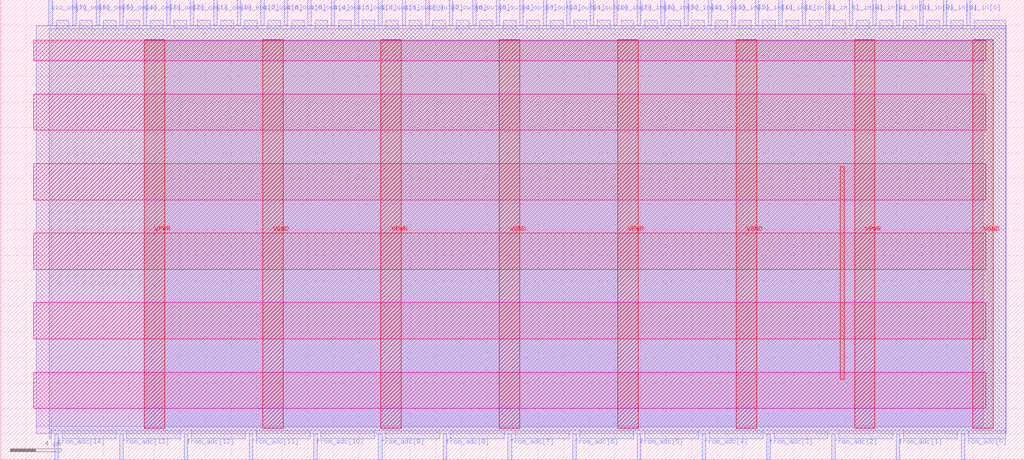
<source format=lef>
VERSION 5.7 ;
  NOWIREEXTENSIONATPIN ON ;
  DIVIDERCHAR "/" ;
  BUSBITCHARS "[]" ;
MACRO encoder
  CLASS BLOCK ;
  FOREIGN encoder ;
  ORIGIN 0.000 0.000 ;
  SIZE 80.000 BY 36.000 ;
  PIN VGND
    DIRECTION INOUT ;
    USE GROUND ;
    PORT
      LAYER met4 ;
        RECT 20.470 2.480 22.070 32.880 ;
    END
    PORT
      LAYER met4 ;
        RECT 38.980 2.480 40.580 32.880 ;
    END
    PORT
      LAYER met4 ;
        RECT 57.490 2.480 59.090 32.880 ;
    END
    PORT
      LAYER met4 ;
        RECT 76.000 2.480 77.600 32.880 ;
    END
  END VGND
  PIN VPWR
    DIRECTION INOUT ;
    USE POWER ;
    PORT
      LAYER met4 ;
        RECT 11.215 2.480 12.815 32.880 ;
    END
    PORT
      LAYER met4 ;
        RECT 29.725 2.480 31.325 32.880 ;
    END
    PORT
      LAYER met4 ;
        RECT 48.235 2.480 49.835 32.880 ;
    END
    PORT
      LAYER met4 ;
        RECT 66.745 2.480 68.345 32.880 ;
    END
  END VPWR
  PIN from_adc[0]
    DIRECTION INPUT ;
    USE SIGNAL ;
    ANTENNAGATEAREA 0.196500 ;
    PORT
      LAYER met2 ;
        RECT 75.070 0.000 75.350 2.000 ;
    END
  END from_adc[0]
  PIN from_adc[10]
    DIRECTION INPUT ;
    USE SIGNAL ;
    ANTENNAGATEAREA 0.196500 ;
    PORT
      LAYER met2 ;
        RECT 24.470 0.000 24.750 2.000 ;
    END
  END from_adc[10]
  PIN from_adc[11]
    DIRECTION INPUT ;
    USE SIGNAL ;
    ANTENNAGATEAREA 0.196500 ;
    PORT
      LAYER met2 ;
        RECT 19.410 0.000 19.690 2.000 ;
    END
  END from_adc[11]
  PIN from_adc[12]
    DIRECTION INPUT ;
    USE SIGNAL ;
    ANTENNAGATEAREA 0.196500 ;
    PORT
      LAYER met2 ;
        RECT 14.350 0.000 14.630 2.000 ;
    END
  END from_adc[12]
  PIN from_adc[13]
    DIRECTION INPUT ;
    USE SIGNAL ;
    ANTENNAGATEAREA 0.196500 ;
    PORT
      LAYER met2 ;
        RECT 9.290 0.000 9.570 2.000 ;
    END
  END from_adc[13]
  PIN from_adc[14]
    DIRECTION INPUT ;
    USE SIGNAL ;
    ANTENNAGATEAREA 0.196500 ;
    PORT
      LAYER met2 ;
        RECT 4.230 0.000 4.510 2.000 ;
    END
  END from_adc[14]
  PIN from_adc[1]
    DIRECTION INPUT ;
    USE SIGNAL ;
    ANTENNAGATEAREA 0.196500 ;
    PORT
      LAYER met2 ;
        RECT 70.010 0.000 70.290 2.000 ;
    END
  END from_adc[1]
  PIN from_adc[2]
    DIRECTION INPUT ;
    USE SIGNAL ;
    ANTENNAGATEAREA 0.196500 ;
    PORT
      LAYER met2 ;
        RECT 64.950 0.000 65.230 2.000 ;
    END
  END from_adc[2]
  PIN from_adc[3]
    DIRECTION INPUT ;
    USE SIGNAL ;
    ANTENNAGATEAREA 0.196500 ;
    PORT
      LAYER met2 ;
        RECT 59.890 0.000 60.170 2.000 ;
    END
  END from_adc[3]
  PIN from_adc[4]
    DIRECTION INPUT ;
    USE SIGNAL ;
    ANTENNAGATEAREA 0.196500 ;
    PORT
      LAYER met2 ;
        RECT 54.830 0.000 55.110 2.000 ;
    END
  END from_adc[4]
  PIN from_adc[5]
    DIRECTION INPUT ;
    USE SIGNAL ;
    ANTENNAGATEAREA 0.196500 ;
    PORT
      LAYER met2 ;
        RECT 49.770 0.000 50.050 2.000 ;
    END
  END from_adc[5]
  PIN from_adc[6]
    DIRECTION INPUT ;
    USE SIGNAL ;
    ANTENNAGATEAREA 0.196500 ;
    PORT
      LAYER met2 ;
        RECT 44.710 0.000 44.990 2.000 ;
    END
  END from_adc[6]
  PIN from_adc[7]
    DIRECTION INPUT ;
    USE SIGNAL ;
    ANTENNAGATEAREA 0.196500 ;
    PORT
      LAYER met2 ;
        RECT 39.650 0.000 39.930 2.000 ;
    END
  END from_adc[7]
  PIN from_adc[8]
    DIRECTION INPUT ;
    USE SIGNAL ;
    ANTENNAGATEAREA 0.196500 ;
    PORT
      LAYER met2 ;
        RECT 34.590 0.000 34.870 2.000 ;
    END
  END from_adc[8]
  PIN from_adc[9]
    DIRECTION INPUT ;
    USE SIGNAL ;
    ANTENNAGATEAREA 0.196500 ;
    PORT
      LAYER met2 ;
        RECT 29.530 0.000 29.810 2.000 ;
    END
  END from_adc[9]
  PIN ui_in[0]
    DIRECTION INPUT ;
    USE SIGNAL ;
    ANTENNAGATEAREA 0.247500 ;
    PORT
      LAYER met2 ;
        RECT 75.530 34.000 75.810 36.000 ;
    END
  END ui_in[0]
  PIN ui_in[1]
    DIRECTION INPUT ;
    USE SIGNAL ;
    ANTENNAGATEAREA 0.196500 ;
    PORT
      LAYER met2 ;
        RECT 73.690 34.000 73.970 36.000 ;
    END
  END ui_in[1]
  PIN ui_in[2]
    DIRECTION INPUT ;
    USE SIGNAL ;
    ANTENNAGATEAREA 0.159000 ;
    PORT
      LAYER met2 ;
        RECT 71.850 34.000 72.130 36.000 ;
    END
  END ui_in[2]
  PIN ui_in[3]
    DIRECTION INPUT ;
    USE SIGNAL ;
    ANTENNAGATEAREA 0.159000 ;
    PORT
      LAYER met2 ;
        RECT 70.010 34.000 70.290 36.000 ;
    END
  END ui_in[3]
  PIN ui_in[4]
    DIRECTION INPUT ;
    USE SIGNAL ;
    ANTENNAGATEAREA 0.196500 ;
    PORT
      LAYER met2 ;
        RECT 68.170 34.000 68.450 36.000 ;
    END
  END ui_in[4]
  PIN ui_in[5]
    DIRECTION INPUT ;
    USE SIGNAL ;
    ANTENNAGATEAREA 0.196500 ;
    PORT
      LAYER met2 ;
        RECT 66.330 34.000 66.610 36.000 ;
    END
  END ui_in[5]
  PIN ui_in[6]
    DIRECTION INPUT ;
    USE SIGNAL ;
    ANTENNAGATEAREA 0.196500 ;
    PORT
      LAYER met2 ;
        RECT 64.490 34.000 64.770 36.000 ;
    END
  END ui_in[6]
  PIN ui_in[7]
    DIRECTION INPUT ;
    USE SIGNAL ;
    ANTENNAGATEAREA 0.196500 ;
    PORT
      LAYER met2 ;
        RECT 62.650 34.000 62.930 36.000 ;
    END
  END ui_in[7]
  PIN uio_in[0]
    DIRECTION INPUT ;
    USE SIGNAL ;
    ANTENNAGATEAREA 0.196500 ;
    PORT
      LAYER met2 ;
        RECT 60.810 34.000 61.090 36.000 ;
    END
  END uio_in[0]
  PIN uio_in[1]
    DIRECTION INPUT ;
    USE SIGNAL ;
    ANTENNAGATEAREA 0.196500 ;
    PORT
      LAYER met2 ;
        RECT 58.970 34.000 59.250 36.000 ;
    END
  END uio_in[1]
  PIN uio_in[2]
    DIRECTION INPUT ;
    USE SIGNAL ;
    ANTENNAGATEAREA 0.196500 ;
    PORT
      LAYER met2 ;
        RECT 57.130 34.000 57.410 36.000 ;
    END
  END uio_in[2]
  PIN uio_in[3]
    DIRECTION INPUT ;
    USE SIGNAL ;
    ANTENNAGATEAREA 0.196500 ;
    PORT
      LAYER met2 ;
        RECT 55.290 34.000 55.570 36.000 ;
    END
  END uio_in[3]
  PIN uio_in[4]
    DIRECTION INPUT ;
    USE SIGNAL ;
    ANTENNAGATEAREA 0.196500 ;
    PORT
      LAYER met2 ;
        RECT 53.450 34.000 53.730 36.000 ;
    END
  END uio_in[4]
  PIN uio_in[5]
    DIRECTION INPUT ;
    USE SIGNAL ;
    ANTENNAGATEAREA 0.196500 ;
    PORT
      LAYER met2 ;
        RECT 51.610 34.000 51.890 36.000 ;
    END
  END uio_in[5]
  PIN uio_in[6]
    DIRECTION INPUT ;
    USE SIGNAL ;
    ANTENNAGATEAREA 0.196500 ;
    PORT
      LAYER met2 ;
        RECT 49.770 34.000 50.050 36.000 ;
    END
  END uio_in[6]
  PIN uio_in[7]
    DIRECTION INPUT ;
    USE SIGNAL ;
    ANTENNAGATEAREA 0.196500 ;
    PORT
      LAYER met2 ;
        RECT 47.930 34.000 48.210 36.000 ;
    END
  END uio_in[7]
  PIN uio_oe[0]
    DIRECTION OUTPUT TRISTATE ;
    USE SIGNAL ;
    ANTENNADIFFAREA 0.445500 ;
    PORT
      LAYER met2 ;
        RECT 16.650 34.000 16.930 36.000 ;
    END
  END uio_oe[0]
  PIN uio_oe[1]
    DIRECTION OUTPUT TRISTATE ;
    USE SIGNAL ;
    ANTENNADIFFAREA 0.445500 ;
    PORT
      LAYER met2 ;
        RECT 14.810 34.000 15.090 36.000 ;
    END
  END uio_oe[1]
  PIN uio_oe[2]
    DIRECTION OUTPUT TRISTATE ;
    USE SIGNAL ;
    ANTENNADIFFAREA 0.445500 ;
    PORT
      LAYER met2 ;
        RECT 12.970 34.000 13.250 36.000 ;
    END
  END uio_oe[2]
  PIN uio_oe[3]
    DIRECTION OUTPUT TRISTATE ;
    USE SIGNAL ;
    ANTENNADIFFAREA 0.445500 ;
    PORT
      LAYER met2 ;
        RECT 11.130 34.000 11.410 36.000 ;
    END
  END uio_oe[3]
  PIN uio_oe[4]
    DIRECTION OUTPUT TRISTATE ;
    USE SIGNAL ;
    ANTENNADIFFAREA 0.445500 ;
    PORT
      LAYER met2 ;
        RECT 9.290 34.000 9.570 36.000 ;
    END
  END uio_oe[4]
  PIN uio_oe[5]
    DIRECTION OUTPUT TRISTATE ;
    USE SIGNAL ;
    ANTENNADIFFAREA 0.795200 ;
    PORT
      LAYER met2 ;
        RECT 7.450 34.000 7.730 36.000 ;
    END
  END uio_oe[5]
  PIN uio_oe[6]
    DIRECTION OUTPUT TRISTATE ;
    USE SIGNAL ;
    ANTENNADIFFAREA 0.445500 ;
    PORT
      LAYER met2 ;
        RECT 5.610 34.000 5.890 36.000 ;
    END
  END uio_oe[6]
  PIN uio_oe[7]
    DIRECTION OUTPUT TRISTATE ;
    USE SIGNAL ;
    ANTENNAGATEAREA 1.914000 ;
    ANTENNADIFFAREA 0.891000 ;
    PORT
      LAYER met2 ;
        RECT 3.770 34.000 4.050 36.000 ;
    END
  END uio_oe[7]
  PIN uio_out[0]
    DIRECTION OUTPUT TRISTATE ;
    USE SIGNAL ;
    ANTENNADIFFAREA 0.445500 ;
    PORT
      LAYER met2 ;
        RECT 31.370 34.000 31.650 36.000 ;
    END
  END uio_out[0]
  PIN uio_out[1]
    DIRECTION OUTPUT TRISTATE ;
    USE SIGNAL ;
    ANTENNADIFFAREA 0.445500 ;
    PORT
      LAYER met2 ;
        RECT 29.530 34.000 29.810 36.000 ;
    END
  END uio_out[1]
  PIN uio_out[2]
    DIRECTION OUTPUT TRISTATE ;
    USE SIGNAL ;
    ANTENNADIFFAREA 0.795200 ;
    PORT
      LAYER met2 ;
        RECT 27.690 34.000 27.970 36.000 ;
    END
  END uio_out[2]
  PIN uio_out[3]
    DIRECTION OUTPUT TRISTATE ;
    USE SIGNAL ;
    ANTENNADIFFAREA 0.445500 ;
    PORT
      LAYER met2 ;
        RECT 25.850 34.000 26.130 36.000 ;
    END
  END uio_out[3]
  PIN uio_out[4]
    DIRECTION OUTPUT TRISTATE ;
    USE SIGNAL ;
    ANTENNADIFFAREA 0.445500 ;
    PORT
      LAYER met2 ;
        RECT 24.010 34.000 24.290 36.000 ;
    END
  END uio_out[4]
  PIN uio_out[5]
    DIRECTION OUTPUT TRISTATE ;
    USE SIGNAL ;
    ANTENNADIFFAREA 0.445500 ;
    PORT
      LAYER met2 ;
        RECT 22.170 34.000 22.450 36.000 ;
    END
  END uio_out[5]
  PIN uio_out[6]
    DIRECTION OUTPUT TRISTATE ;
    USE SIGNAL ;
    ANTENNADIFFAREA 0.445500 ;
    PORT
      LAYER met2 ;
        RECT 20.330 34.000 20.610 36.000 ;
    END
  END uio_out[6]
  PIN uio_out[7]
    DIRECTION OUTPUT TRISTATE ;
    USE SIGNAL ;
    ANTENNADIFFAREA 0.453750 ;
    PORT
      LAYER met2 ;
        RECT 18.490 34.000 18.770 36.000 ;
    END
  END uio_out[7]
  PIN uo_out[0]
    DIRECTION OUTPUT TRISTATE ;
    USE SIGNAL ;
    ANTENNADIFFAREA 0.891000 ;
    PORT
      LAYER met2 ;
        RECT 46.090 34.000 46.370 36.000 ;
    END
  END uo_out[0]
  PIN uo_out[1]
    DIRECTION OUTPUT TRISTATE ;
    USE SIGNAL ;
    ANTENNADIFFAREA 1.336500 ;
    PORT
      LAYER met2 ;
        RECT 44.250 34.000 44.530 36.000 ;
    END
  END uo_out[1]
  PIN uo_out[2]
    DIRECTION OUTPUT TRISTATE ;
    USE SIGNAL ;
    ANTENNADIFFAREA 0.891000 ;
    PORT
      LAYER met2 ;
        RECT 42.410 34.000 42.690 36.000 ;
    END
  END uo_out[2]
  PIN uo_out[3]
    DIRECTION OUTPUT TRISTATE ;
    USE SIGNAL ;
    ANTENNADIFFAREA 0.795200 ;
    PORT
      LAYER met2 ;
        RECT 40.570 34.000 40.850 36.000 ;
    END
  END uo_out[3]
  PIN uo_out[4]
    DIRECTION OUTPUT TRISTATE ;
    USE SIGNAL ;
    ANTENNADIFFAREA 0.795200 ;
    PORT
      LAYER met2 ;
        RECT 38.730 34.000 39.010 36.000 ;
    END
  END uo_out[4]
  PIN uo_out[5]
    DIRECTION OUTPUT TRISTATE ;
    USE SIGNAL ;
    ANTENNADIFFAREA 0.445500 ;
    PORT
      LAYER met2 ;
        RECT 36.890 34.000 37.170 36.000 ;
    END
  END uo_out[5]
  PIN uo_out[6]
    DIRECTION OUTPUT TRISTATE ;
    USE SIGNAL ;
    ANTENNADIFFAREA 0.445500 ;
    PORT
      LAYER met2 ;
        RECT 35.050 34.000 35.330 36.000 ;
    END
  END uo_out[6]
  PIN uo_out[7]
    DIRECTION OUTPUT TRISTATE ;
    USE SIGNAL ;
    ANTENNADIFFAREA 0.445500 ;
    PORT
      LAYER met2 ;
        RECT 33.210 34.000 33.490 36.000 ;
    END
  END uo_out[7]
  OBS
      LAYER nwell ;
        RECT 2.570 31.225 77.010 32.830 ;
        RECT 2.570 25.785 77.010 28.615 ;
        RECT 2.570 20.345 77.010 23.175 ;
        RECT 2.570 14.905 77.010 17.735 ;
        RECT 2.570 9.465 77.010 12.295 ;
        RECT 2.570 4.025 77.010 6.855 ;
      LAYER li1 ;
        RECT 2.760 2.635 76.820 32.725 ;
      LAYER met1 ;
        RECT 2.760 2.080 78.590 33.960 ;
      LAYER met2 ;
        RECT 4.330 33.720 5.330 34.410 ;
        RECT 6.170 33.720 7.170 34.410 ;
        RECT 8.010 33.720 9.010 34.410 ;
        RECT 9.850 33.720 10.850 34.410 ;
        RECT 11.690 33.720 12.690 34.410 ;
        RECT 13.530 33.720 14.530 34.410 ;
        RECT 15.370 33.720 16.370 34.410 ;
        RECT 17.210 33.720 18.210 34.410 ;
        RECT 19.050 33.720 20.050 34.410 ;
        RECT 20.890 33.720 21.890 34.410 ;
        RECT 22.730 33.720 23.730 34.410 ;
        RECT 24.570 33.720 25.570 34.410 ;
        RECT 26.410 33.720 27.410 34.410 ;
        RECT 28.250 33.720 29.250 34.410 ;
        RECT 30.090 33.720 31.090 34.410 ;
        RECT 31.930 33.720 32.930 34.410 ;
        RECT 33.770 33.720 34.770 34.410 ;
        RECT 35.610 33.720 36.610 34.410 ;
        RECT 37.450 33.720 38.450 34.410 ;
        RECT 39.290 33.720 40.290 34.410 ;
        RECT 41.130 33.720 42.130 34.410 ;
        RECT 42.970 33.720 43.970 34.410 ;
        RECT 44.810 33.720 45.810 34.410 ;
        RECT 46.650 33.720 47.650 34.410 ;
        RECT 48.490 33.720 49.490 34.410 ;
        RECT 50.330 33.720 51.330 34.410 ;
        RECT 52.170 33.720 53.170 34.410 ;
        RECT 54.010 33.720 55.010 34.410 ;
        RECT 55.850 33.720 56.850 34.410 ;
        RECT 57.690 33.720 58.690 34.410 ;
        RECT 59.530 33.720 60.530 34.410 ;
        RECT 61.370 33.720 62.370 34.410 ;
        RECT 63.210 33.720 64.210 34.410 ;
        RECT 65.050 33.720 66.050 34.410 ;
        RECT 66.890 33.720 67.890 34.410 ;
        RECT 68.730 33.720 69.730 34.410 ;
        RECT 70.570 33.720 71.570 34.410 ;
        RECT 72.410 33.720 73.410 34.410 ;
        RECT 74.250 33.720 75.250 34.410 ;
        RECT 76.090 33.720 78.560 34.410 ;
        RECT 3.780 2.280 78.560 33.720 ;
        RECT 3.780 1.630 3.950 2.280 ;
        RECT 4.790 1.630 9.010 2.280 ;
        RECT 9.850 1.630 14.070 2.280 ;
        RECT 14.910 1.630 19.130 2.280 ;
        RECT 19.970 1.630 24.190 2.280 ;
        RECT 25.030 1.630 29.250 2.280 ;
        RECT 30.090 1.630 34.310 2.280 ;
        RECT 35.150 1.630 39.370 2.280 ;
        RECT 40.210 1.630 44.430 2.280 ;
        RECT 45.270 1.630 49.490 2.280 ;
        RECT 50.330 1.630 54.550 2.280 ;
        RECT 55.390 1.630 59.610 2.280 ;
        RECT 60.450 1.630 64.670 2.280 ;
        RECT 65.510 1.630 69.730 2.280 ;
        RECT 70.570 1.630 74.790 2.280 ;
        RECT 75.630 1.630 78.560 2.280 ;
      LAYER met3 ;
        RECT 11.225 2.555 77.590 32.805 ;
      LAYER met4 ;
        RECT 65.615 6.295 65.945 22.945 ;
  END
END encoder
END LIBRARY


</source>
